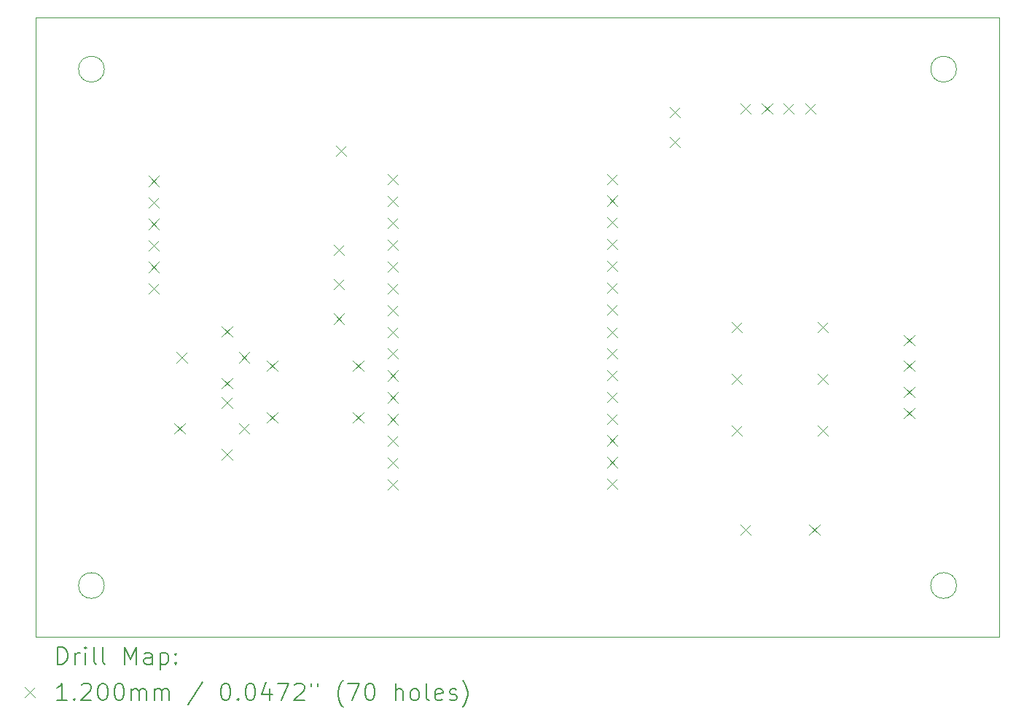
<source format=gbr>
%TF.GenerationSoftware,KiCad,Pcbnew,9.0.6*%
%TF.CreationDate,2025-12-05T19:45:49-05:00*%
%TF.ProjectId,PCB - ELECTRO,50434220-2d20-4454-9c45-4354524f2e6b,rev?*%
%TF.SameCoordinates,Original*%
%TF.FileFunction,Drillmap*%
%TF.FilePolarity,Positive*%
%FSLAX45Y45*%
G04 Gerber Fmt 4.5, Leading zero omitted, Abs format (unit mm)*
G04 Created by KiCad (PCBNEW 9.0.6) date 2025-12-05 19:45:49*
%MOMM*%
%LPD*%
G01*
G04 APERTURE LIST*
%ADD10C,0.050000*%
%ADD11C,0.200000*%
%ADD12C,0.120000*%
G04 APERTURE END LIST*
D10*
X9200000Y-13450000D02*
G75*
G02*
X8900000Y-13450000I-150000J0D01*
G01*
X8900000Y-13450000D02*
G75*
G02*
X9200000Y-13450000I150000J0D01*
G01*
X19100000Y-7450000D02*
G75*
G02*
X18800000Y-7450000I-150000J0D01*
G01*
X18800000Y-7450000D02*
G75*
G02*
X19100000Y-7450000I150000J0D01*
G01*
X9200000Y-7450000D02*
G75*
G02*
X8900000Y-7450000I-150000J0D01*
G01*
X8900000Y-7450000D02*
G75*
G02*
X9200000Y-7450000I150000J0D01*
G01*
X8400000Y-6850000D02*
X19600000Y-6850000D01*
X19600000Y-14050000D01*
X8400000Y-14050000D01*
X8400000Y-6850000D01*
X19100000Y-13450000D02*
G75*
G02*
X18800000Y-13450000I-150000J0D01*
G01*
X18800000Y-13450000D02*
G75*
G02*
X19100000Y-13450000I150000J0D01*
G01*
D11*
D12*
X9715000Y-8690000D02*
X9835000Y-8810000D01*
X9835000Y-8690000D02*
X9715000Y-8810000D01*
X9715000Y-8940000D02*
X9835000Y-9060000D01*
X9835000Y-8940000D02*
X9715000Y-9060000D01*
X9715000Y-9190000D02*
X9835000Y-9310000D01*
X9835000Y-9190000D02*
X9715000Y-9310000D01*
X9715000Y-9440000D02*
X9835000Y-9560000D01*
X9835000Y-9440000D02*
X9715000Y-9560000D01*
X9715000Y-9690000D02*
X9835000Y-9810000D01*
X9835000Y-9690000D02*
X9715000Y-9810000D01*
X9715000Y-9940000D02*
X9835000Y-10060000D01*
X9835000Y-9940000D02*
X9715000Y-10060000D01*
X10015000Y-11565000D02*
X10135000Y-11685000D01*
X10135000Y-11565000D02*
X10015000Y-11685000D01*
X10040000Y-10740000D02*
X10160000Y-10860000D01*
X10160000Y-10740000D02*
X10040000Y-10860000D01*
X10565000Y-10440000D02*
X10685000Y-10560000D01*
X10685000Y-10440000D02*
X10565000Y-10560000D01*
X10565000Y-11040000D02*
X10685000Y-11160000D01*
X10685000Y-11040000D02*
X10565000Y-11160000D01*
X10565000Y-11265000D02*
X10685000Y-11385000D01*
X10685000Y-11265000D02*
X10565000Y-11385000D01*
X10565000Y-11865000D02*
X10685000Y-11985000D01*
X10685000Y-11865000D02*
X10565000Y-11985000D01*
X10765000Y-10740000D02*
X10885000Y-10860000D01*
X10885000Y-10740000D02*
X10765000Y-10860000D01*
X10765000Y-11565000D02*
X10885000Y-11685000D01*
X10885000Y-11565000D02*
X10765000Y-11685000D01*
X11090000Y-10840000D02*
X11210000Y-10960000D01*
X11210000Y-10840000D02*
X11090000Y-10960000D01*
X11090000Y-11440000D02*
X11210000Y-11560000D01*
X11210000Y-11440000D02*
X11090000Y-11560000D01*
X11865000Y-9490000D02*
X11985000Y-9610000D01*
X11985000Y-9490000D02*
X11865000Y-9610000D01*
X11865000Y-9890000D02*
X11985000Y-10010000D01*
X11985000Y-9890000D02*
X11865000Y-10010000D01*
X11865000Y-10290000D02*
X11985000Y-10410000D01*
X11985000Y-10290000D02*
X11865000Y-10410000D01*
X11890000Y-8340000D02*
X12010000Y-8460000D01*
X12010000Y-8340000D02*
X11890000Y-8460000D01*
X12090000Y-10840000D02*
X12210000Y-10960000D01*
X12210000Y-10840000D02*
X12090000Y-10960000D01*
X12090000Y-11440000D02*
X12210000Y-11560000D01*
X12210000Y-11440000D02*
X12090000Y-11560000D01*
X12490000Y-8671667D02*
X12610000Y-8791667D01*
X12610000Y-8671667D02*
X12490000Y-8791667D01*
X12490000Y-8925000D02*
X12610000Y-9045000D01*
X12610000Y-8925000D02*
X12490000Y-9045000D01*
X12490000Y-9178334D02*
X12610000Y-9298334D01*
X12610000Y-9178334D02*
X12490000Y-9298334D01*
X12490000Y-9431667D02*
X12610000Y-9551667D01*
X12610000Y-9431667D02*
X12490000Y-9551667D01*
X12490000Y-9685000D02*
X12610000Y-9805000D01*
X12610000Y-9685000D02*
X12490000Y-9805000D01*
X12490000Y-9938334D02*
X12610000Y-10058334D01*
X12610000Y-9938334D02*
X12490000Y-10058334D01*
X12490000Y-10191667D02*
X12610000Y-10311667D01*
X12610000Y-10191667D02*
X12490000Y-10311667D01*
X12490000Y-10445001D02*
X12610000Y-10565001D01*
X12610000Y-10445001D02*
X12490000Y-10565001D01*
X12490000Y-10695000D02*
X12610000Y-10815000D01*
X12610000Y-10695000D02*
X12490000Y-10815000D01*
X12490000Y-10951666D02*
X12610000Y-11071666D01*
X12610000Y-10951666D02*
X12490000Y-11071666D01*
X12490000Y-11205000D02*
X12610000Y-11325000D01*
X12610000Y-11205000D02*
X12490000Y-11325000D01*
X12490000Y-11458333D02*
X12610000Y-11578333D01*
X12610000Y-11458333D02*
X12490000Y-11578333D01*
X12490000Y-11711666D02*
X12610000Y-11831666D01*
X12610000Y-11711666D02*
X12490000Y-11831666D01*
X12490000Y-11965000D02*
X12610000Y-12085000D01*
X12610000Y-11965000D02*
X12490000Y-12085000D01*
X12490000Y-12218333D02*
X12610000Y-12338333D01*
X12610000Y-12218333D02*
X12490000Y-12338333D01*
X15040000Y-8670000D02*
X15160000Y-8790000D01*
X15160000Y-8670000D02*
X15040000Y-8790000D01*
X15040000Y-8918333D02*
X15160000Y-9038333D01*
X15160000Y-8918333D02*
X15040000Y-9038333D01*
X15040000Y-9171667D02*
X15160000Y-9291667D01*
X15160000Y-9171667D02*
X15040000Y-9291667D01*
X15040000Y-9425000D02*
X15160000Y-9545000D01*
X15160000Y-9425000D02*
X15040000Y-9545000D01*
X15040000Y-9678334D02*
X15160000Y-9798334D01*
X15160000Y-9678334D02*
X15040000Y-9798334D01*
X15040000Y-9931667D02*
X15160000Y-10051667D01*
X15160000Y-9931667D02*
X15040000Y-10051667D01*
X15040000Y-10185000D02*
X15160000Y-10305000D01*
X15160000Y-10185000D02*
X15040000Y-10305000D01*
X15040000Y-10445000D02*
X15160000Y-10565000D01*
X15160000Y-10445000D02*
X15040000Y-10565000D01*
X15040000Y-10695000D02*
X15160000Y-10815000D01*
X15160000Y-10695000D02*
X15040000Y-10815000D01*
X15040000Y-10945000D02*
X15160000Y-11065000D01*
X15160000Y-10945000D02*
X15040000Y-11065000D01*
X15040000Y-11198333D02*
X15160000Y-11318333D01*
X15160000Y-11198333D02*
X15040000Y-11318333D01*
X15040000Y-11451666D02*
X15160000Y-11571666D01*
X15160000Y-11451666D02*
X15040000Y-11571666D01*
X15040000Y-11705000D02*
X15160000Y-11825000D01*
X15160000Y-11705000D02*
X15040000Y-11825000D01*
X15040000Y-11958333D02*
X15160000Y-12078333D01*
X15160000Y-11958333D02*
X15040000Y-12078333D01*
X15040000Y-12211666D02*
X15160000Y-12331666D01*
X15160000Y-12211666D02*
X15040000Y-12331666D01*
X15765000Y-7890000D02*
X15885000Y-8010000D01*
X15885000Y-7890000D02*
X15765000Y-8010000D01*
X15765000Y-8240000D02*
X15885000Y-8360000D01*
X15885000Y-8240000D02*
X15765000Y-8360000D01*
X16490000Y-10390000D02*
X16610000Y-10510000D01*
X16610000Y-10390000D02*
X16490000Y-10510000D01*
X16490000Y-10990000D02*
X16610000Y-11110000D01*
X16610000Y-10990000D02*
X16490000Y-11110000D01*
X16490000Y-11590000D02*
X16610000Y-11710000D01*
X16610000Y-11590000D02*
X16490000Y-11710000D01*
X16590000Y-7845000D02*
X16710000Y-7965000D01*
X16710000Y-7845000D02*
X16590000Y-7965000D01*
X16590000Y-12740000D02*
X16710000Y-12860000D01*
X16710000Y-12740000D02*
X16590000Y-12860000D01*
X16840000Y-7845000D02*
X16960000Y-7965000D01*
X16960000Y-7845000D02*
X16840000Y-7965000D01*
X17090000Y-7845000D02*
X17210000Y-7965000D01*
X17210000Y-7845000D02*
X17090000Y-7965000D01*
X17340000Y-7845000D02*
X17460000Y-7965000D01*
X17460000Y-7845000D02*
X17340000Y-7965000D01*
X17390000Y-12740000D02*
X17510000Y-12860000D01*
X17510000Y-12740000D02*
X17390000Y-12860000D01*
X17490000Y-10390000D02*
X17610000Y-10510000D01*
X17610000Y-10390000D02*
X17490000Y-10510000D01*
X17490000Y-10990000D02*
X17610000Y-11110000D01*
X17610000Y-10990000D02*
X17490000Y-11110000D01*
X17490000Y-11590000D02*
X17610000Y-11710000D01*
X17610000Y-11590000D02*
X17490000Y-11710000D01*
X18490000Y-10540000D02*
X18610000Y-10660000D01*
X18610000Y-10540000D02*
X18490000Y-10660000D01*
X18490000Y-10840000D02*
X18610000Y-10960000D01*
X18610000Y-10840000D02*
X18490000Y-10960000D01*
X18490000Y-11140000D02*
X18610000Y-11260000D01*
X18610000Y-11140000D02*
X18490000Y-11260000D01*
X18490000Y-11390000D02*
X18610000Y-11510000D01*
X18610000Y-11390000D02*
X18490000Y-11510000D01*
D11*
X8658277Y-14363984D02*
X8658277Y-14163984D01*
X8658277Y-14163984D02*
X8705896Y-14163984D01*
X8705896Y-14163984D02*
X8734467Y-14173508D01*
X8734467Y-14173508D02*
X8753515Y-14192555D01*
X8753515Y-14192555D02*
X8763039Y-14211603D01*
X8763039Y-14211603D02*
X8772563Y-14249698D01*
X8772563Y-14249698D02*
X8772563Y-14278269D01*
X8772563Y-14278269D02*
X8763039Y-14316365D01*
X8763039Y-14316365D02*
X8753515Y-14335412D01*
X8753515Y-14335412D02*
X8734467Y-14354460D01*
X8734467Y-14354460D02*
X8705896Y-14363984D01*
X8705896Y-14363984D02*
X8658277Y-14363984D01*
X8858277Y-14363984D02*
X8858277Y-14230650D01*
X8858277Y-14268746D02*
X8867801Y-14249698D01*
X8867801Y-14249698D02*
X8877324Y-14240174D01*
X8877324Y-14240174D02*
X8896372Y-14230650D01*
X8896372Y-14230650D02*
X8915420Y-14230650D01*
X8982086Y-14363984D02*
X8982086Y-14230650D01*
X8982086Y-14163984D02*
X8972563Y-14173508D01*
X8972563Y-14173508D02*
X8982086Y-14183031D01*
X8982086Y-14183031D02*
X8991610Y-14173508D01*
X8991610Y-14173508D02*
X8982086Y-14163984D01*
X8982086Y-14163984D02*
X8982086Y-14183031D01*
X9105896Y-14363984D02*
X9086848Y-14354460D01*
X9086848Y-14354460D02*
X9077324Y-14335412D01*
X9077324Y-14335412D02*
X9077324Y-14163984D01*
X9210658Y-14363984D02*
X9191610Y-14354460D01*
X9191610Y-14354460D02*
X9182086Y-14335412D01*
X9182086Y-14335412D02*
X9182086Y-14163984D01*
X9439229Y-14363984D02*
X9439229Y-14163984D01*
X9439229Y-14163984D02*
X9505896Y-14306841D01*
X9505896Y-14306841D02*
X9572563Y-14163984D01*
X9572563Y-14163984D02*
X9572563Y-14363984D01*
X9753515Y-14363984D02*
X9753515Y-14259222D01*
X9753515Y-14259222D02*
X9743991Y-14240174D01*
X9743991Y-14240174D02*
X9724944Y-14230650D01*
X9724944Y-14230650D02*
X9686848Y-14230650D01*
X9686848Y-14230650D02*
X9667801Y-14240174D01*
X9753515Y-14354460D02*
X9734467Y-14363984D01*
X9734467Y-14363984D02*
X9686848Y-14363984D01*
X9686848Y-14363984D02*
X9667801Y-14354460D01*
X9667801Y-14354460D02*
X9658277Y-14335412D01*
X9658277Y-14335412D02*
X9658277Y-14316365D01*
X9658277Y-14316365D02*
X9667801Y-14297317D01*
X9667801Y-14297317D02*
X9686848Y-14287793D01*
X9686848Y-14287793D02*
X9734467Y-14287793D01*
X9734467Y-14287793D02*
X9753515Y-14278269D01*
X9848753Y-14230650D02*
X9848753Y-14430650D01*
X9848753Y-14240174D02*
X9867801Y-14230650D01*
X9867801Y-14230650D02*
X9905896Y-14230650D01*
X9905896Y-14230650D02*
X9924944Y-14240174D01*
X9924944Y-14240174D02*
X9934467Y-14249698D01*
X9934467Y-14249698D02*
X9943991Y-14268746D01*
X9943991Y-14268746D02*
X9943991Y-14325888D01*
X9943991Y-14325888D02*
X9934467Y-14344936D01*
X9934467Y-14344936D02*
X9924944Y-14354460D01*
X9924944Y-14354460D02*
X9905896Y-14363984D01*
X9905896Y-14363984D02*
X9867801Y-14363984D01*
X9867801Y-14363984D02*
X9848753Y-14354460D01*
X10029705Y-14344936D02*
X10039229Y-14354460D01*
X10039229Y-14354460D02*
X10029705Y-14363984D01*
X10029705Y-14363984D02*
X10020182Y-14354460D01*
X10020182Y-14354460D02*
X10029705Y-14344936D01*
X10029705Y-14344936D02*
X10029705Y-14363984D01*
X10029705Y-14240174D02*
X10039229Y-14249698D01*
X10039229Y-14249698D02*
X10029705Y-14259222D01*
X10029705Y-14259222D02*
X10020182Y-14249698D01*
X10020182Y-14249698D02*
X10029705Y-14240174D01*
X10029705Y-14240174D02*
X10029705Y-14259222D01*
D12*
X8277500Y-14632500D02*
X8397500Y-14752500D01*
X8397500Y-14632500D02*
X8277500Y-14752500D01*
D11*
X8763039Y-14783984D02*
X8648753Y-14783984D01*
X8705896Y-14783984D02*
X8705896Y-14583984D01*
X8705896Y-14583984D02*
X8686848Y-14612555D01*
X8686848Y-14612555D02*
X8667801Y-14631603D01*
X8667801Y-14631603D02*
X8648753Y-14641127D01*
X8848753Y-14764936D02*
X8858277Y-14774460D01*
X8858277Y-14774460D02*
X8848753Y-14783984D01*
X8848753Y-14783984D02*
X8839229Y-14774460D01*
X8839229Y-14774460D02*
X8848753Y-14764936D01*
X8848753Y-14764936D02*
X8848753Y-14783984D01*
X8934467Y-14603031D02*
X8943991Y-14593508D01*
X8943991Y-14593508D02*
X8963039Y-14583984D01*
X8963039Y-14583984D02*
X9010658Y-14583984D01*
X9010658Y-14583984D02*
X9029705Y-14593508D01*
X9029705Y-14593508D02*
X9039229Y-14603031D01*
X9039229Y-14603031D02*
X9048753Y-14622079D01*
X9048753Y-14622079D02*
X9048753Y-14641127D01*
X9048753Y-14641127D02*
X9039229Y-14669698D01*
X9039229Y-14669698D02*
X8924944Y-14783984D01*
X8924944Y-14783984D02*
X9048753Y-14783984D01*
X9172563Y-14583984D02*
X9191610Y-14583984D01*
X9191610Y-14583984D02*
X9210658Y-14593508D01*
X9210658Y-14593508D02*
X9220182Y-14603031D01*
X9220182Y-14603031D02*
X9229705Y-14622079D01*
X9229705Y-14622079D02*
X9239229Y-14660174D01*
X9239229Y-14660174D02*
X9239229Y-14707793D01*
X9239229Y-14707793D02*
X9229705Y-14745888D01*
X9229705Y-14745888D02*
X9220182Y-14764936D01*
X9220182Y-14764936D02*
X9210658Y-14774460D01*
X9210658Y-14774460D02*
X9191610Y-14783984D01*
X9191610Y-14783984D02*
X9172563Y-14783984D01*
X9172563Y-14783984D02*
X9153515Y-14774460D01*
X9153515Y-14774460D02*
X9143991Y-14764936D01*
X9143991Y-14764936D02*
X9134467Y-14745888D01*
X9134467Y-14745888D02*
X9124944Y-14707793D01*
X9124944Y-14707793D02*
X9124944Y-14660174D01*
X9124944Y-14660174D02*
X9134467Y-14622079D01*
X9134467Y-14622079D02*
X9143991Y-14603031D01*
X9143991Y-14603031D02*
X9153515Y-14593508D01*
X9153515Y-14593508D02*
X9172563Y-14583984D01*
X9363039Y-14583984D02*
X9382086Y-14583984D01*
X9382086Y-14583984D02*
X9401134Y-14593508D01*
X9401134Y-14593508D02*
X9410658Y-14603031D01*
X9410658Y-14603031D02*
X9420182Y-14622079D01*
X9420182Y-14622079D02*
X9429705Y-14660174D01*
X9429705Y-14660174D02*
X9429705Y-14707793D01*
X9429705Y-14707793D02*
X9420182Y-14745888D01*
X9420182Y-14745888D02*
X9410658Y-14764936D01*
X9410658Y-14764936D02*
X9401134Y-14774460D01*
X9401134Y-14774460D02*
X9382086Y-14783984D01*
X9382086Y-14783984D02*
X9363039Y-14783984D01*
X9363039Y-14783984D02*
X9343991Y-14774460D01*
X9343991Y-14774460D02*
X9334467Y-14764936D01*
X9334467Y-14764936D02*
X9324944Y-14745888D01*
X9324944Y-14745888D02*
X9315420Y-14707793D01*
X9315420Y-14707793D02*
X9315420Y-14660174D01*
X9315420Y-14660174D02*
X9324944Y-14622079D01*
X9324944Y-14622079D02*
X9334467Y-14603031D01*
X9334467Y-14603031D02*
X9343991Y-14593508D01*
X9343991Y-14593508D02*
X9363039Y-14583984D01*
X9515420Y-14783984D02*
X9515420Y-14650650D01*
X9515420Y-14669698D02*
X9524944Y-14660174D01*
X9524944Y-14660174D02*
X9543991Y-14650650D01*
X9543991Y-14650650D02*
X9572563Y-14650650D01*
X9572563Y-14650650D02*
X9591610Y-14660174D01*
X9591610Y-14660174D02*
X9601134Y-14679222D01*
X9601134Y-14679222D02*
X9601134Y-14783984D01*
X9601134Y-14679222D02*
X9610658Y-14660174D01*
X9610658Y-14660174D02*
X9629705Y-14650650D01*
X9629705Y-14650650D02*
X9658277Y-14650650D01*
X9658277Y-14650650D02*
X9677325Y-14660174D01*
X9677325Y-14660174D02*
X9686848Y-14679222D01*
X9686848Y-14679222D02*
X9686848Y-14783984D01*
X9782086Y-14783984D02*
X9782086Y-14650650D01*
X9782086Y-14669698D02*
X9791610Y-14660174D01*
X9791610Y-14660174D02*
X9810658Y-14650650D01*
X9810658Y-14650650D02*
X9839229Y-14650650D01*
X9839229Y-14650650D02*
X9858277Y-14660174D01*
X9858277Y-14660174D02*
X9867801Y-14679222D01*
X9867801Y-14679222D02*
X9867801Y-14783984D01*
X9867801Y-14679222D02*
X9877325Y-14660174D01*
X9877325Y-14660174D02*
X9896372Y-14650650D01*
X9896372Y-14650650D02*
X9924944Y-14650650D01*
X9924944Y-14650650D02*
X9943991Y-14660174D01*
X9943991Y-14660174D02*
X9953515Y-14679222D01*
X9953515Y-14679222D02*
X9953515Y-14783984D01*
X10343991Y-14574460D02*
X10172563Y-14831603D01*
X10601134Y-14583984D02*
X10620182Y-14583984D01*
X10620182Y-14583984D02*
X10639229Y-14593508D01*
X10639229Y-14593508D02*
X10648753Y-14603031D01*
X10648753Y-14603031D02*
X10658277Y-14622079D01*
X10658277Y-14622079D02*
X10667801Y-14660174D01*
X10667801Y-14660174D02*
X10667801Y-14707793D01*
X10667801Y-14707793D02*
X10658277Y-14745888D01*
X10658277Y-14745888D02*
X10648753Y-14764936D01*
X10648753Y-14764936D02*
X10639229Y-14774460D01*
X10639229Y-14774460D02*
X10620182Y-14783984D01*
X10620182Y-14783984D02*
X10601134Y-14783984D01*
X10601134Y-14783984D02*
X10582087Y-14774460D01*
X10582087Y-14774460D02*
X10572563Y-14764936D01*
X10572563Y-14764936D02*
X10563039Y-14745888D01*
X10563039Y-14745888D02*
X10553515Y-14707793D01*
X10553515Y-14707793D02*
X10553515Y-14660174D01*
X10553515Y-14660174D02*
X10563039Y-14622079D01*
X10563039Y-14622079D02*
X10572563Y-14603031D01*
X10572563Y-14603031D02*
X10582087Y-14593508D01*
X10582087Y-14593508D02*
X10601134Y-14583984D01*
X10753515Y-14764936D02*
X10763039Y-14774460D01*
X10763039Y-14774460D02*
X10753515Y-14783984D01*
X10753515Y-14783984D02*
X10743991Y-14774460D01*
X10743991Y-14774460D02*
X10753515Y-14764936D01*
X10753515Y-14764936D02*
X10753515Y-14783984D01*
X10886848Y-14583984D02*
X10905896Y-14583984D01*
X10905896Y-14583984D02*
X10924944Y-14593508D01*
X10924944Y-14593508D02*
X10934468Y-14603031D01*
X10934468Y-14603031D02*
X10943991Y-14622079D01*
X10943991Y-14622079D02*
X10953515Y-14660174D01*
X10953515Y-14660174D02*
X10953515Y-14707793D01*
X10953515Y-14707793D02*
X10943991Y-14745888D01*
X10943991Y-14745888D02*
X10934468Y-14764936D01*
X10934468Y-14764936D02*
X10924944Y-14774460D01*
X10924944Y-14774460D02*
X10905896Y-14783984D01*
X10905896Y-14783984D02*
X10886848Y-14783984D01*
X10886848Y-14783984D02*
X10867801Y-14774460D01*
X10867801Y-14774460D02*
X10858277Y-14764936D01*
X10858277Y-14764936D02*
X10848753Y-14745888D01*
X10848753Y-14745888D02*
X10839229Y-14707793D01*
X10839229Y-14707793D02*
X10839229Y-14660174D01*
X10839229Y-14660174D02*
X10848753Y-14622079D01*
X10848753Y-14622079D02*
X10858277Y-14603031D01*
X10858277Y-14603031D02*
X10867801Y-14593508D01*
X10867801Y-14593508D02*
X10886848Y-14583984D01*
X11124944Y-14650650D02*
X11124944Y-14783984D01*
X11077325Y-14574460D02*
X11029706Y-14717317D01*
X11029706Y-14717317D02*
X11153515Y-14717317D01*
X11210658Y-14583984D02*
X11343991Y-14583984D01*
X11343991Y-14583984D02*
X11258277Y-14783984D01*
X11410658Y-14603031D02*
X11420182Y-14593508D01*
X11420182Y-14593508D02*
X11439229Y-14583984D01*
X11439229Y-14583984D02*
X11486848Y-14583984D01*
X11486848Y-14583984D02*
X11505896Y-14593508D01*
X11505896Y-14593508D02*
X11515420Y-14603031D01*
X11515420Y-14603031D02*
X11524944Y-14622079D01*
X11524944Y-14622079D02*
X11524944Y-14641127D01*
X11524944Y-14641127D02*
X11515420Y-14669698D01*
X11515420Y-14669698D02*
X11401134Y-14783984D01*
X11401134Y-14783984D02*
X11524944Y-14783984D01*
X11601134Y-14583984D02*
X11601134Y-14622079D01*
X11677325Y-14583984D02*
X11677325Y-14622079D01*
X11972563Y-14860174D02*
X11963039Y-14850650D01*
X11963039Y-14850650D02*
X11943991Y-14822079D01*
X11943991Y-14822079D02*
X11934468Y-14803031D01*
X11934468Y-14803031D02*
X11924944Y-14774460D01*
X11924944Y-14774460D02*
X11915420Y-14726841D01*
X11915420Y-14726841D02*
X11915420Y-14688746D01*
X11915420Y-14688746D02*
X11924944Y-14641127D01*
X11924944Y-14641127D02*
X11934468Y-14612555D01*
X11934468Y-14612555D02*
X11943991Y-14593508D01*
X11943991Y-14593508D02*
X11963039Y-14564936D01*
X11963039Y-14564936D02*
X11972563Y-14555412D01*
X12029706Y-14583984D02*
X12163039Y-14583984D01*
X12163039Y-14583984D02*
X12077325Y-14783984D01*
X12277325Y-14583984D02*
X12296372Y-14583984D01*
X12296372Y-14583984D02*
X12315420Y-14593508D01*
X12315420Y-14593508D02*
X12324944Y-14603031D01*
X12324944Y-14603031D02*
X12334468Y-14622079D01*
X12334468Y-14622079D02*
X12343991Y-14660174D01*
X12343991Y-14660174D02*
X12343991Y-14707793D01*
X12343991Y-14707793D02*
X12334468Y-14745888D01*
X12334468Y-14745888D02*
X12324944Y-14764936D01*
X12324944Y-14764936D02*
X12315420Y-14774460D01*
X12315420Y-14774460D02*
X12296372Y-14783984D01*
X12296372Y-14783984D02*
X12277325Y-14783984D01*
X12277325Y-14783984D02*
X12258277Y-14774460D01*
X12258277Y-14774460D02*
X12248753Y-14764936D01*
X12248753Y-14764936D02*
X12239229Y-14745888D01*
X12239229Y-14745888D02*
X12229706Y-14707793D01*
X12229706Y-14707793D02*
X12229706Y-14660174D01*
X12229706Y-14660174D02*
X12239229Y-14622079D01*
X12239229Y-14622079D02*
X12248753Y-14603031D01*
X12248753Y-14603031D02*
X12258277Y-14593508D01*
X12258277Y-14593508D02*
X12277325Y-14583984D01*
X12582087Y-14783984D02*
X12582087Y-14583984D01*
X12667801Y-14783984D02*
X12667801Y-14679222D01*
X12667801Y-14679222D02*
X12658277Y-14660174D01*
X12658277Y-14660174D02*
X12639230Y-14650650D01*
X12639230Y-14650650D02*
X12610658Y-14650650D01*
X12610658Y-14650650D02*
X12591610Y-14660174D01*
X12591610Y-14660174D02*
X12582087Y-14669698D01*
X12791610Y-14783984D02*
X12772563Y-14774460D01*
X12772563Y-14774460D02*
X12763039Y-14764936D01*
X12763039Y-14764936D02*
X12753515Y-14745888D01*
X12753515Y-14745888D02*
X12753515Y-14688746D01*
X12753515Y-14688746D02*
X12763039Y-14669698D01*
X12763039Y-14669698D02*
X12772563Y-14660174D01*
X12772563Y-14660174D02*
X12791610Y-14650650D01*
X12791610Y-14650650D02*
X12820182Y-14650650D01*
X12820182Y-14650650D02*
X12839230Y-14660174D01*
X12839230Y-14660174D02*
X12848753Y-14669698D01*
X12848753Y-14669698D02*
X12858277Y-14688746D01*
X12858277Y-14688746D02*
X12858277Y-14745888D01*
X12858277Y-14745888D02*
X12848753Y-14764936D01*
X12848753Y-14764936D02*
X12839230Y-14774460D01*
X12839230Y-14774460D02*
X12820182Y-14783984D01*
X12820182Y-14783984D02*
X12791610Y-14783984D01*
X12972563Y-14783984D02*
X12953515Y-14774460D01*
X12953515Y-14774460D02*
X12943991Y-14755412D01*
X12943991Y-14755412D02*
X12943991Y-14583984D01*
X13124944Y-14774460D02*
X13105896Y-14783984D01*
X13105896Y-14783984D02*
X13067801Y-14783984D01*
X13067801Y-14783984D02*
X13048753Y-14774460D01*
X13048753Y-14774460D02*
X13039230Y-14755412D01*
X13039230Y-14755412D02*
X13039230Y-14679222D01*
X13039230Y-14679222D02*
X13048753Y-14660174D01*
X13048753Y-14660174D02*
X13067801Y-14650650D01*
X13067801Y-14650650D02*
X13105896Y-14650650D01*
X13105896Y-14650650D02*
X13124944Y-14660174D01*
X13124944Y-14660174D02*
X13134468Y-14679222D01*
X13134468Y-14679222D02*
X13134468Y-14698269D01*
X13134468Y-14698269D02*
X13039230Y-14717317D01*
X13210658Y-14774460D02*
X13229706Y-14783984D01*
X13229706Y-14783984D02*
X13267801Y-14783984D01*
X13267801Y-14783984D02*
X13286849Y-14774460D01*
X13286849Y-14774460D02*
X13296372Y-14755412D01*
X13296372Y-14755412D02*
X13296372Y-14745888D01*
X13296372Y-14745888D02*
X13286849Y-14726841D01*
X13286849Y-14726841D02*
X13267801Y-14717317D01*
X13267801Y-14717317D02*
X13239230Y-14717317D01*
X13239230Y-14717317D02*
X13220182Y-14707793D01*
X13220182Y-14707793D02*
X13210658Y-14688746D01*
X13210658Y-14688746D02*
X13210658Y-14679222D01*
X13210658Y-14679222D02*
X13220182Y-14660174D01*
X13220182Y-14660174D02*
X13239230Y-14650650D01*
X13239230Y-14650650D02*
X13267801Y-14650650D01*
X13267801Y-14650650D02*
X13286849Y-14660174D01*
X13363039Y-14860174D02*
X13372563Y-14850650D01*
X13372563Y-14850650D02*
X13391611Y-14822079D01*
X13391611Y-14822079D02*
X13401134Y-14803031D01*
X13401134Y-14803031D02*
X13410658Y-14774460D01*
X13410658Y-14774460D02*
X13420182Y-14726841D01*
X13420182Y-14726841D02*
X13420182Y-14688746D01*
X13420182Y-14688746D02*
X13410658Y-14641127D01*
X13410658Y-14641127D02*
X13401134Y-14612555D01*
X13401134Y-14612555D02*
X13391611Y-14593508D01*
X13391611Y-14593508D02*
X13372563Y-14564936D01*
X13372563Y-14564936D02*
X13363039Y-14555412D01*
M02*

</source>
